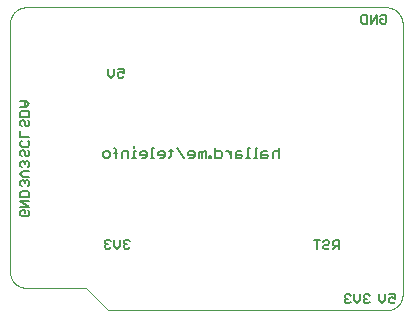
<source format=gbo>
G75*
%MOIN*%
%OFA0B0*%
%FSLAX25Y25*%
%IPPOS*%
%LPD*%
%AMOC8*
5,1,8,0,0,1.08239X$1,22.5*
%
%ADD10C,0.00500*%
%ADD11C,0.00100*%
%ADD12C,0.00600*%
D10*
X0037644Y0027021D02*
X0038144Y0026521D01*
X0039145Y0026521D01*
X0039646Y0027021D01*
X0040867Y0027522D02*
X0040867Y0029523D01*
X0039646Y0029023D02*
X0039145Y0029523D01*
X0038144Y0029523D01*
X0037644Y0029023D01*
X0037644Y0028522D01*
X0038144Y0028022D01*
X0037644Y0027522D01*
X0037644Y0027021D01*
X0038144Y0028022D02*
X0038645Y0028022D01*
X0040867Y0027522D02*
X0041867Y0026521D01*
X0042868Y0027522D01*
X0042868Y0029523D01*
X0044089Y0029023D02*
X0044089Y0028522D01*
X0044590Y0028022D01*
X0044089Y0027522D01*
X0044089Y0027021D01*
X0044590Y0026521D01*
X0045591Y0026521D01*
X0046091Y0027021D01*
X0045090Y0028022D02*
X0044590Y0028022D01*
X0044089Y0029023D02*
X0044590Y0029523D01*
X0045591Y0029523D01*
X0046091Y0029023D01*
X0012482Y0037798D02*
X0011981Y0037298D01*
X0009980Y0037298D01*
X0009479Y0037798D01*
X0009479Y0038799D01*
X0009980Y0039299D01*
X0010981Y0039299D01*
X0010981Y0038299D01*
X0011981Y0039299D02*
X0012482Y0038799D01*
X0012482Y0037798D01*
X0012482Y0040521D02*
X0009479Y0040521D01*
X0009479Y0042522D02*
X0012482Y0042522D01*
X0012482Y0043743D02*
X0012482Y0045245D01*
X0011981Y0045745D01*
X0009980Y0045745D01*
X0009479Y0045245D01*
X0009479Y0043743D01*
X0012482Y0043743D01*
X0012482Y0040521D02*
X0009479Y0042522D01*
X0009980Y0047298D02*
X0009479Y0047798D01*
X0009479Y0048799D01*
X0009980Y0049299D01*
X0010480Y0049299D01*
X0010981Y0048799D01*
X0010981Y0048299D01*
X0010981Y0048799D02*
X0011481Y0049299D01*
X0011981Y0049299D01*
X0012482Y0048799D01*
X0012482Y0047798D01*
X0011981Y0047298D01*
X0012482Y0050521D02*
X0010480Y0050521D01*
X0009479Y0051521D01*
X0010480Y0052522D01*
X0012482Y0052522D01*
X0011981Y0053743D02*
X0012482Y0054244D01*
X0012482Y0055245D01*
X0011981Y0055745D01*
X0011481Y0055745D01*
X0010981Y0055245D01*
X0010480Y0055745D01*
X0009980Y0055745D01*
X0009479Y0055245D01*
X0009479Y0054244D01*
X0009980Y0053743D01*
X0010981Y0054744D02*
X0010981Y0055245D01*
X0011481Y0057298D02*
X0010981Y0057798D01*
X0010981Y0058799D01*
X0010480Y0059299D01*
X0009980Y0059299D01*
X0009479Y0058799D01*
X0009479Y0057798D01*
X0009980Y0057298D01*
X0011481Y0057298D02*
X0011981Y0057298D01*
X0012482Y0057798D01*
X0012482Y0058799D01*
X0011981Y0059299D01*
X0011981Y0060521D02*
X0009980Y0060521D01*
X0009479Y0061021D01*
X0009479Y0062022D01*
X0009980Y0062522D01*
X0009479Y0063743D02*
X0009479Y0065745D01*
X0009980Y0067298D02*
X0009479Y0067798D01*
X0009479Y0068799D01*
X0009980Y0069299D01*
X0010480Y0069299D01*
X0010981Y0068799D01*
X0010981Y0067798D01*
X0011481Y0067298D01*
X0011981Y0067298D01*
X0012482Y0067798D01*
X0012482Y0068799D01*
X0011981Y0069299D01*
X0012482Y0070521D02*
X0012482Y0072022D01*
X0011981Y0072522D01*
X0009980Y0072522D01*
X0009479Y0072022D01*
X0009479Y0070521D01*
X0012482Y0070521D01*
X0011481Y0073743D02*
X0009479Y0073743D01*
X0010981Y0073743D02*
X0010981Y0075745D01*
X0011481Y0075745D02*
X0012482Y0074744D01*
X0011481Y0073743D01*
X0011481Y0075745D02*
X0009479Y0075745D01*
X0009479Y0063743D02*
X0012482Y0063743D01*
X0011981Y0062522D02*
X0012482Y0062022D01*
X0012482Y0061021D01*
X0011981Y0060521D01*
X0038755Y0084522D02*
X0039756Y0083521D01*
X0040757Y0084522D01*
X0040757Y0086523D01*
X0041978Y0086523D02*
X0043980Y0086523D01*
X0043980Y0085022D01*
X0042979Y0085522D01*
X0042478Y0085522D01*
X0041978Y0085022D01*
X0041978Y0084021D01*
X0042478Y0083521D01*
X0043479Y0083521D01*
X0043980Y0084021D01*
X0038755Y0084522D02*
X0038755Y0086523D01*
X0107394Y0029273D02*
X0109396Y0029273D01*
X0108395Y0029273D02*
X0108395Y0026271D01*
X0110617Y0026771D02*
X0111117Y0026271D01*
X0112118Y0026271D01*
X0112618Y0026771D01*
X0112118Y0027772D02*
X0111117Y0027772D01*
X0110617Y0027272D01*
X0110617Y0026771D01*
X0112118Y0027772D02*
X0112618Y0028272D01*
X0112618Y0028773D01*
X0112118Y0029273D01*
X0111117Y0029273D01*
X0110617Y0028773D01*
X0113839Y0028773D02*
X0113839Y0027772D01*
X0114340Y0027272D01*
X0115841Y0027272D01*
X0114840Y0027272D02*
X0113839Y0026271D01*
X0115841Y0026271D02*
X0115841Y0029273D01*
X0114340Y0029273D01*
X0113839Y0028773D01*
X0118144Y0011273D02*
X0117644Y0010773D01*
X0117644Y0010272D01*
X0118144Y0009772D01*
X0117644Y0009272D01*
X0117644Y0008771D01*
X0118144Y0008271D01*
X0119145Y0008271D01*
X0119646Y0008771D01*
X0120867Y0009272D02*
X0120867Y0011273D01*
X0119646Y0010773D02*
X0119145Y0011273D01*
X0118144Y0011273D01*
X0118144Y0009772D02*
X0118645Y0009772D01*
X0120867Y0009272D02*
X0121867Y0008271D01*
X0122868Y0009272D01*
X0122868Y0011273D01*
X0124089Y0010773D02*
X0124089Y0010272D01*
X0124590Y0009772D01*
X0124089Y0009272D01*
X0124089Y0008771D01*
X0124590Y0008271D01*
X0125591Y0008271D01*
X0126091Y0008771D01*
X0125090Y0009772D02*
X0124590Y0009772D01*
X0124089Y0010773D02*
X0124590Y0011273D01*
X0125591Y0011273D01*
X0126091Y0010773D01*
X0129255Y0011273D02*
X0129255Y0009272D01*
X0130256Y0008271D01*
X0131257Y0009272D01*
X0131257Y0011273D01*
X0132478Y0011273D02*
X0134480Y0011273D01*
X0134480Y0009772D01*
X0133479Y0010272D01*
X0132978Y0010272D01*
X0132478Y0009772D01*
X0132478Y0008771D01*
X0132978Y0008271D01*
X0133979Y0008271D01*
X0134480Y0008771D01*
X0131091Y0101521D02*
X0130090Y0101521D01*
X0129589Y0102021D01*
X0129589Y0103022D01*
X0130590Y0103022D01*
X0129589Y0104023D02*
X0130090Y0104523D01*
X0131091Y0104523D01*
X0131591Y0104023D01*
X0131591Y0102021D01*
X0131091Y0101521D01*
X0128368Y0101521D02*
X0128368Y0104523D01*
X0126367Y0101521D01*
X0126367Y0104523D01*
X0125146Y0104523D02*
X0123644Y0104523D01*
X0123144Y0104023D01*
X0123144Y0102021D01*
X0123644Y0101521D01*
X0125146Y0101521D01*
X0125146Y0104523D01*
D11*
X0031500Y0013500D02*
X0011500Y0013500D01*
X0011356Y0013501D01*
X0011212Y0013505D01*
X0011068Y0013513D01*
X0010925Y0013525D01*
X0010782Y0013541D01*
X0010639Y0013560D01*
X0010497Y0013584D01*
X0010356Y0013611D01*
X0010216Y0013642D01*
X0010076Y0013677D01*
X0009937Y0013716D01*
X0009800Y0013759D01*
X0009664Y0013805D01*
X0009529Y0013855D01*
X0009395Y0013908D01*
X0009263Y0013965D01*
X0009133Y0014026D01*
X0009004Y0014090D01*
X0008877Y0014158D01*
X0008752Y0014229D01*
X0008628Y0014303D01*
X0008507Y0014381D01*
X0008388Y0014462D01*
X0008272Y0014546D01*
X0008157Y0014633D01*
X0008045Y0014723D01*
X0007936Y0014817D01*
X0007829Y0014913D01*
X0007725Y0015012D01*
X0007623Y0015114D01*
X0007524Y0015219D01*
X0007428Y0015326D01*
X0007335Y0015436D01*
X0007245Y0015548D01*
X0007159Y0015663D01*
X0007075Y0015780D01*
X0006994Y0015899D01*
X0006917Y0016020D01*
X0006843Y0016144D01*
X0006773Y0016269D01*
X0006705Y0016397D01*
X0006642Y0016526D01*
X0006581Y0016656D01*
X0006525Y0016789D01*
X0006472Y0016922D01*
X0006422Y0017057D01*
X0006377Y0017194D01*
X0006335Y0017331D01*
X0006296Y0017470D01*
X0006262Y0017610D01*
X0006231Y0017750D01*
X0006204Y0017892D01*
X0006181Y0018034D01*
X0006162Y0018176D01*
X0006147Y0018320D01*
X0006136Y0018463D01*
X0006128Y0018607D01*
X0006124Y0018750D01*
X0006125Y0018750D02*
X0006125Y0101250D01*
X0006120Y0101396D01*
X0006119Y0101543D01*
X0006122Y0101690D01*
X0006129Y0101836D01*
X0006140Y0101982D01*
X0006155Y0102128D01*
X0006174Y0102273D01*
X0006196Y0102418D01*
X0006222Y0102563D01*
X0006253Y0102706D01*
X0006287Y0102849D01*
X0006324Y0102990D01*
X0006366Y0103131D01*
X0006411Y0103270D01*
X0006460Y0103408D01*
X0006513Y0103545D01*
X0006569Y0103680D01*
X0006629Y0103814D01*
X0006692Y0103946D01*
X0006759Y0104077D01*
X0006830Y0104206D01*
X0006903Y0104332D01*
X0006980Y0104457D01*
X0007061Y0104580D01*
X0007144Y0104700D01*
X0007231Y0104818D01*
X0007321Y0104934D01*
X0007414Y0105047D01*
X0007510Y0105158D01*
X0007609Y0105266D01*
X0007710Y0105372D01*
X0007815Y0105475D01*
X0007922Y0105575D01*
X0008032Y0105672D01*
X0008144Y0105766D01*
X0008259Y0105857D01*
X0008376Y0105945D01*
X0008496Y0106030D01*
X0008617Y0106112D01*
X0008741Y0106190D01*
X0008867Y0106265D01*
X0008995Y0106337D01*
X0009125Y0106405D01*
X0009256Y0106470D01*
X0009389Y0106532D01*
X0009524Y0106589D01*
X0009660Y0106643D01*
X0009798Y0106694D01*
X0009937Y0106741D01*
X0010077Y0106784D01*
X0010218Y0106823D01*
X0010360Y0106859D01*
X0010503Y0106891D01*
X0010647Y0106918D01*
X0010792Y0106943D01*
X0010937Y0106963D01*
X0011083Y0106979D01*
X0011229Y0106992D01*
X0011375Y0107000D01*
X0131375Y0107000D01*
X0131524Y0106999D01*
X0131672Y0106995D01*
X0131820Y0106987D01*
X0131967Y0106975D01*
X0132114Y0106959D01*
X0132261Y0106939D01*
X0132407Y0106915D01*
X0132553Y0106887D01*
X0132697Y0106856D01*
X0132841Y0106820D01*
X0132984Y0106781D01*
X0133126Y0106738D01*
X0133266Y0106691D01*
X0133405Y0106640D01*
X0133543Y0106586D01*
X0133680Y0106528D01*
X0133814Y0106467D01*
X0133947Y0106402D01*
X0134079Y0106333D01*
X0134208Y0106261D01*
X0134336Y0106186D01*
X0134461Y0106107D01*
X0134584Y0106025D01*
X0134705Y0105939D01*
X0134824Y0105851D01*
X0134940Y0105759D01*
X0135054Y0105664D01*
X0135165Y0105567D01*
X0135274Y0105466D01*
X0135380Y0105362D01*
X0135483Y0105256D01*
X0135583Y0105147D01*
X0135680Y0105035D01*
X0135775Y0104921D01*
X0135866Y0104805D01*
X0135954Y0104685D01*
X0136039Y0104564D01*
X0136120Y0104441D01*
X0136199Y0104315D01*
X0136274Y0104187D01*
X0136345Y0104057D01*
X0136413Y0103926D01*
X0136478Y0103792D01*
X0136539Y0103657D01*
X0136596Y0103521D01*
X0136650Y0103383D01*
X0136700Y0103243D01*
X0136746Y0103103D01*
X0136788Y0102961D01*
X0136827Y0102818D01*
X0136862Y0102674D01*
X0136893Y0102529D01*
X0136920Y0102384D01*
X0136943Y0102237D01*
X0136962Y0102090D01*
X0136978Y0101943D01*
X0136989Y0101795D01*
X0136997Y0101648D01*
X0137001Y0101500D01*
X0137000Y0101500D02*
X0137000Y0011500D01*
X0137001Y0011354D01*
X0136998Y0011209D01*
X0136992Y0011063D01*
X0136982Y0010918D01*
X0136967Y0010773D01*
X0136949Y0010629D01*
X0136927Y0010485D01*
X0136901Y0010342D01*
X0136871Y0010199D01*
X0136837Y0010058D01*
X0136799Y0009917D01*
X0136758Y0009777D01*
X0136713Y0009639D01*
X0136664Y0009502D01*
X0136612Y0009366D01*
X0136555Y0009232D01*
X0136495Y0009099D01*
X0136432Y0008968D01*
X0136365Y0008839D01*
X0136295Y0008711D01*
X0136221Y0008586D01*
X0136144Y0008462D01*
X0136063Y0008341D01*
X0135979Y0008222D01*
X0135892Y0008105D01*
X0135802Y0007991D01*
X0135709Y0007879D01*
X0135613Y0007770D01*
X0135514Y0007663D01*
X0135412Y0007559D01*
X0135307Y0007458D01*
X0135200Y0007360D01*
X0135090Y0007264D01*
X0134977Y0007172D01*
X0134862Y0007083D01*
X0134745Y0006997D01*
X0134625Y0006914D01*
X0134503Y0006834D01*
X0134379Y0006758D01*
X0134253Y0006685D01*
X0134125Y0006616D01*
X0133995Y0006550D01*
X0133864Y0006487D01*
X0133730Y0006428D01*
X0133596Y0006373D01*
X0133460Y0006322D01*
X0133322Y0006274D01*
X0133183Y0006230D01*
X0133043Y0006189D01*
X0132902Y0006153D01*
X0132761Y0006120D01*
X0132618Y0006091D01*
X0132474Y0006067D01*
X0132330Y0006045D01*
X0132186Y0006028D01*
X0132041Y0006015D01*
X0131895Y0006006D01*
X0131750Y0006000D01*
X0038750Y0006000D01*
X0031500Y0013500D01*
D12*
X0037721Y0056779D02*
X0037154Y0057346D01*
X0037154Y0058481D01*
X0037721Y0059048D01*
X0038855Y0059048D01*
X0039422Y0058481D01*
X0039422Y0057346D01*
X0038855Y0056779D01*
X0037721Y0056779D01*
X0040743Y0058481D02*
X0041878Y0058481D01*
X0041311Y0059615D02*
X0041311Y0056779D01*
X0043292Y0056779D02*
X0043292Y0058481D01*
X0043859Y0059048D01*
X0045561Y0059048D01*
X0045561Y0056779D01*
X0046882Y0056779D02*
X0048016Y0056779D01*
X0047449Y0056779D02*
X0047449Y0059048D01*
X0048016Y0059048D01*
X0047449Y0060182D02*
X0047449Y0060749D01*
X0049431Y0058481D02*
X0049998Y0059048D01*
X0051132Y0059048D01*
X0051699Y0058481D01*
X0051699Y0057346D01*
X0051132Y0056779D01*
X0049998Y0056779D01*
X0049431Y0057914D02*
X0051699Y0057914D01*
X0053021Y0056779D02*
X0054155Y0056779D01*
X0053588Y0056779D02*
X0053588Y0060182D01*
X0054155Y0060182D01*
X0055569Y0058481D02*
X0055569Y0057914D01*
X0057838Y0057914D01*
X0057838Y0058481D02*
X0057271Y0059048D01*
X0056137Y0059048D01*
X0055569Y0058481D01*
X0056137Y0056779D02*
X0057271Y0056779D01*
X0057838Y0057346D01*
X0057838Y0058481D01*
X0059159Y0059048D02*
X0060293Y0059048D01*
X0059726Y0059615D02*
X0059726Y0057346D01*
X0059159Y0056779D01*
X0061708Y0060182D02*
X0063977Y0056779D01*
X0065391Y0057914D02*
X0067660Y0057914D01*
X0067660Y0058481D02*
X0067093Y0059048D01*
X0065958Y0059048D01*
X0065391Y0058481D01*
X0065391Y0057914D01*
X0065958Y0056779D02*
X0067093Y0056779D01*
X0067660Y0057346D01*
X0067660Y0058481D01*
X0069074Y0058481D02*
X0069074Y0056779D01*
X0070209Y0056779D02*
X0070209Y0058481D01*
X0069641Y0059048D01*
X0069074Y0058481D01*
X0070209Y0058481D02*
X0070776Y0059048D01*
X0071343Y0059048D01*
X0071343Y0056779D01*
X0072617Y0056779D02*
X0073184Y0056779D01*
X0073184Y0057346D01*
X0072617Y0057346D01*
X0072617Y0056779D01*
X0074599Y0056779D02*
X0076300Y0056779D01*
X0076868Y0057346D01*
X0076868Y0058481D01*
X0076300Y0059048D01*
X0074599Y0059048D01*
X0074599Y0060182D02*
X0074599Y0056779D01*
X0078235Y0059048D02*
X0078803Y0059048D01*
X0079937Y0057914D01*
X0079937Y0059048D02*
X0079937Y0056779D01*
X0081351Y0056779D02*
X0081351Y0058481D01*
X0081919Y0059048D01*
X0083053Y0059048D01*
X0083053Y0057914D02*
X0081351Y0057914D01*
X0081351Y0056779D02*
X0083053Y0056779D01*
X0083620Y0057346D01*
X0083053Y0057914D01*
X0084941Y0056779D02*
X0086075Y0056779D01*
X0085508Y0056779D02*
X0085508Y0060182D01*
X0086075Y0060182D01*
X0087964Y0060182D02*
X0087964Y0056779D01*
X0088531Y0056779D02*
X0087397Y0056779D01*
X0089945Y0056779D02*
X0089945Y0058481D01*
X0090513Y0059048D01*
X0091647Y0059048D01*
X0091647Y0057914D02*
X0089945Y0057914D01*
X0089945Y0056779D02*
X0091647Y0056779D01*
X0092214Y0057346D01*
X0091647Y0057914D01*
X0093629Y0058481D02*
X0093629Y0056779D01*
X0093629Y0058481D02*
X0094196Y0059048D01*
X0095330Y0059048D01*
X0095897Y0058481D01*
X0095897Y0060182D02*
X0095897Y0056779D01*
X0088531Y0060182D02*
X0087964Y0060182D01*
X0049431Y0058481D02*
X0049431Y0057914D01*
X0041311Y0059615D02*
X0040743Y0060182D01*
M02*

</source>
